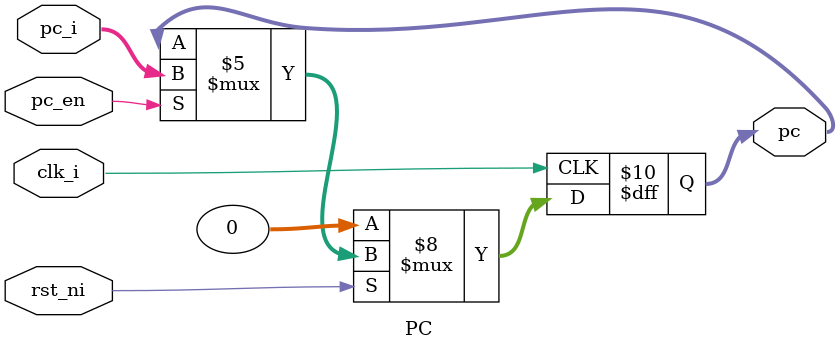
<source format=sv>
module PC #(parameter Width = 32) (
	input  logic  clk_i,pc_en,rst_ni,
	input  logic  [Width - 1:0] pc_i,
	output logic  [Width - 1:0] pc  
);
always_ff @(posedge clk_i) begin
 if(~rst_ni)
	pc <= '0;
 else if(~pc_en)
  pc <= pc;
 else
  pc <= pc_i;
end
endmodule: PC

</source>
